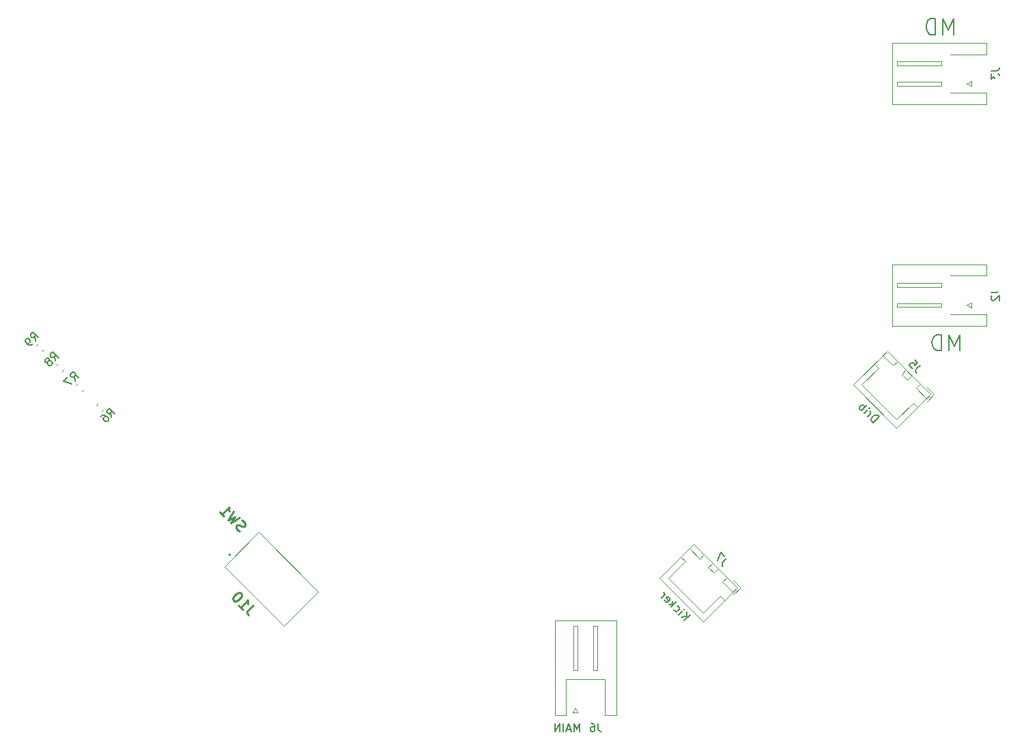
<source format=gbo>
G04 #@! TF.GenerationSoftware,KiCad,Pcbnew,(5.1.6)-1*
G04 #@! TF.CreationDate,2021-11-09T00:45:41+09:00*
G04 #@! TF.ProjectId,control20211108,636f6e74-726f-46c3-9230-323131313038,V1.1*
G04 #@! TF.SameCoordinates,Original*
G04 #@! TF.FileFunction,Legend,Bot*
G04 #@! TF.FilePolarity,Positive*
%FSLAX46Y46*%
G04 Gerber Fmt 4.6, Leading zero omitted, Abs format (unit mm)*
G04 Created by KiCad (PCBNEW (5.1.6)-1) date 2021-11-09 00:45:41*
%MOMM*%
%LPD*%
G01*
G04 APERTURE LIST*
%ADD10C,0.200000*%
%ADD11C,0.120000*%
%ADD12C,0.100000*%
%ADD13C,0.150000*%
%ADD14C,0.254000*%
%ADD15O,1.700000X2.000000*%
%ADD16C,1.251000*%
%ADD17R,1.251000X1.251000*%
%ADD18C,2.200000*%
%ADD19O,2.000000X1.700000*%
%ADD20O,1.000000X1.000000*%
%ADD21R,1.000000X1.000000*%
%ADD22C,1.524000*%
%ADD23R,1.524000X1.524000*%
%ADD24O,2.500000X1.700000*%
%ADD25R,2.500000X1.700000*%
%ADD26R,4.524000X2.524000*%
%ADD27C,1.431000*%
%ADD28C,6.000000*%
%ADD29C,4.000000*%
%ADD30O,1.600000X1.600000*%
%ADD31R,1.600000X1.600000*%
G04 APERTURE END LIST*
D10*
X183666666Y-120654761D02*
X183666666Y-118654761D01*
X183000000Y-120083333D01*
X182333333Y-118654761D01*
X182333333Y-120654761D01*
X181380952Y-120654761D02*
X181380952Y-118654761D01*
X180904761Y-118654761D01*
X180619047Y-118750000D01*
X180428571Y-118940476D01*
X180333333Y-119130952D01*
X180238095Y-119511904D01*
X180238095Y-119797619D01*
X180333333Y-120178571D01*
X180428571Y-120369047D01*
X180619047Y-120559523D01*
X180904761Y-120654761D01*
X181380952Y-120654761D01*
X182916666Y-81404761D02*
X182916666Y-79404761D01*
X182250000Y-80833333D01*
X181583333Y-79404761D01*
X181583333Y-81404761D01*
X180630952Y-81404761D02*
X180630952Y-79404761D01*
X180154761Y-79404761D01*
X179869047Y-79500000D01*
X179678571Y-79690476D01*
X179583333Y-79880952D01*
X179488095Y-80261904D01*
X179488095Y-80547619D01*
X179583333Y-80928571D01*
X179678571Y-81119047D01*
X179869047Y-81309523D01*
X180154761Y-81404761D01*
X180630952Y-81404761D01*
D11*
X180459798Y-126070711D02*
X179575914Y-126954594D01*
X179575914Y-125186827D02*
X180459798Y-126070711D01*
X171514897Y-124903984D02*
X173671573Y-127060660D01*
X173600862Y-122818019D02*
X171514897Y-124903984D01*
X173070532Y-122287689D02*
X173600862Y-122818019D01*
X175828249Y-129217336D02*
X173671573Y-127060660D01*
X177914214Y-127131371D02*
X175828249Y-129217336D01*
X178444544Y-127661701D02*
X177914214Y-127131371D01*
X174661522Y-120696699D02*
X175934315Y-121969491D01*
X174131192Y-121227029D02*
X174661522Y-120696699D01*
X175403984Y-122499821D02*
X174131192Y-121227029D01*
X175934315Y-121969491D02*
X175403984Y-122499821D01*
X178762742Y-124797918D02*
X180035534Y-126070711D01*
X178232412Y-125328249D02*
X178762742Y-124797918D01*
X179505204Y-126601041D02*
X178232412Y-125328249D01*
X180035534Y-126070711D02*
X179505204Y-126601041D01*
X176994975Y-123030152D02*
X177702082Y-123737258D01*
X176464645Y-123560482D02*
X176994975Y-123030152D01*
X177171751Y-124267588D02*
X176464645Y-123560482D01*
X177702082Y-123737258D02*
X177171751Y-124267588D01*
X174661522Y-120682557D02*
X180049676Y-126070711D01*
X170440095Y-124903984D02*
X174661522Y-120682557D01*
X175828249Y-130292138D02*
X170440095Y-124903984D01*
X180049676Y-126070711D02*
X175828249Y-130292138D01*
X156459798Y-150070711D02*
X155575914Y-150954594D01*
X155575914Y-149186827D02*
X156459798Y-150070711D01*
X147514897Y-148903984D02*
X149671573Y-151060660D01*
X149600862Y-146818019D02*
X147514897Y-148903984D01*
X149070532Y-146287689D02*
X149600862Y-146818019D01*
X151828249Y-153217336D02*
X149671573Y-151060660D01*
X153914214Y-151131371D02*
X151828249Y-153217336D01*
X154444544Y-151661701D02*
X153914214Y-151131371D01*
X150661522Y-144696699D02*
X151934315Y-145969491D01*
X150131192Y-145227029D02*
X150661522Y-144696699D01*
X151403984Y-146499821D02*
X150131192Y-145227029D01*
X151934315Y-145969491D02*
X151403984Y-146499821D01*
X154762742Y-148797918D02*
X156035534Y-150070711D01*
X154232412Y-149328249D02*
X154762742Y-148797918D01*
X155505204Y-150601041D02*
X154232412Y-149328249D01*
X156035534Y-150070711D02*
X155505204Y-150601041D01*
X152994975Y-147030152D02*
X153702082Y-147737258D01*
X152464645Y-147560482D02*
X152994975Y-147030152D01*
X153171751Y-148267588D02*
X152464645Y-147560482D01*
X153702082Y-147737258D02*
X153171751Y-148267588D01*
X150661522Y-144682557D02*
X156049676Y-150070711D01*
X146440095Y-148903984D02*
X150661522Y-144682557D01*
X151828249Y-154292138D02*
X146440095Y-148903984D01*
X156049676Y-150070711D02*
X151828249Y-154292138D01*
X136300000Y-165600000D02*
X136000000Y-165000000D01*
X135700000Y-165600000D02*
X136300000Y-165600000D01*
X136000000Y-165000000D02*
X135700000Y-165600000D01*
X138750000Y-160300000D02*
X138250000Y-160300000D01*
X138750000Y-154800000D02*
X138750000Y-160300000D01*
X138250000Y-154800000D02*
X138750000Y-154800000D01*
X138250000Y-160300000D02*
X138250000Y-154800000D01*
X136250000Y-160300000D02*
X135750000Y-160300000D01*
X136250000Y-154800000D02*
X136250000Y-160300000D01*
X135750000Y-154800000D02*
X136250000Y-154800000D01*
X135750000Y-160300000D02*
X135750000Y-154800000D01*
X139640000Y-161410000D02*
X137250000Y-161410000D01*
X139640000Y-165910000D02*
X139640000Y-161410000D01*
X141060000Y-165910000D02*
X139640000Y-165910000D01*
X141060000Y-154190000D02*
X141060000Y-165910000D01*
X137250000Y-154190000D02*
X141060000Y-154190000D01*
X134860000Y-161410000D02*
X137250000Y-161410000D01*
X134860000Y-165910000D02*
X134860000Y-161410000D01*
X133440000Y-165910000D02*
X134860000Y-165910000D01*
X133440000Y-154190000D02*
X133440000Y-165910000D01*
X137250000Y-154190000D02*
X133440000Y-154190000D01*
D10*
X93191852Y-145909010D02*
X93191852Y-145909010D01*
X93050431Y-146050431D02*
X93050431Y-146050431D01*
D12*
X96692031Y-143186649D02*
X92449390Y-147429289D01*
X104116652Y-150611270D02*
X96692031Y-143186649D01*
X99874012Y-154853911D02*
X104116652Y-150611270D01*
X92449390Y-147429289D02*
X99874012Y-154853911D01*
D10*
X93050432Y-146050430D02*
G75*
G03*
X93191852Y-145909010I70710J70710D01*
G01*
X93191853Y-145909009D02*
G75*
G03*
X93050431Y-146050431I-70711J-70711D01*
G01*
D11*
X185100000Y-87200000D02*
X184500000Y-87500000D01*
X185100000Y-87800000D02*
X185100000Y-87200000D01*
X184500000Y-87500000D02*
X185100000Y-87800000D01*
X181400000Y-84750000D02*
X181400000Y-85250000D01*
X175900000Y-84750000D02*
X181400000Y-84750000D01*
X175900000Y-85250000D02*
X175900000Y-84750000D01*
X181400000Y-85250000D02*
X175900000Y-85250000D01*
X181400000Y-87250000D02*
X181400000Y-87750000D01*
X175900000Y-87250000D02*
X181400000Y-87250000D01*
X175900000Y-87750000D02*
X175900000Y-87250000D01*
X181400000Y-87750000D02*
X175900000Y-87750000D01*
X187010000Y-83860000D02*
X182510000Y-83860000D01*
X187010000Y-82440000D02*
X187010000Y-83860000D01*
X175290000Y-82440000D02*
X187010000Y-82440000D01*
X175290000Y-86250000D02*
X175290000Y-82440000D01*
X187010000Y-88640000D02*
X182510000Y-88640000D01*
X187010000Y-90060000D02*
X187010000Y-88640000D01*
X175290000Y-90060000D02*
X187010000Y-90060000D01*
X175290000Y-86250000D02*
X175290000Y-90060000D01*
X185100000Y-114700000D02*
X184500000Y-115000000D01*
X185100000Y-115300000D02*
X185100000Y-114700000D01*
X184500000Y-115000000D02*
X185100000Y-115300000D01*
X181400000Y-112250000D02*
X181400000Y-112750000D01*
X175900000Y-112250000D02*
X181400000Y-112250000D01*
X175900000Y-112750000D02*
X175900000Y-112250000D01*
X181400000Y-112750000D02*
X175900000Y-112750000D01*
X181400000Y-114750000D02*
X181400000Y-115250000D01*
X175900000Y-114750000D02*
X181400000Y-114750000D01*
X175900000Y-115250000D02*
X175900000Y-114750000D01*
X181400000Y-115250000D02*
X175900000Y-115250000D01*
X187010000Y-111360000D02*
X182510000Y-111360000D01*
X187010000Y-109940000D02*
X187010000Y-111360000D01*
X175290000Y-109940000D02*
X187010000Y-109940000D01*
X175290000Y-113750000D02*
X175290000Y-109940000D01*
X187010000Y-116140000D02*
X182510000Y-116140000D01*
X187010000Y-117560000D02*
X187010000Y-116140000D01*
X175290000Y-117560000D02*
X187010000Y-117560000D01*
X175290000Y-113750000D02*
X175290000Y-117560000D01*
X70067129Y-120507520D02*
X69824920Y-120749729D01*
X69345880Y-119786271D02*
X69103671Y-120028480D01*
X72542029Y-122982520D02*
X72299820Y-123224729D01*
X71820780Y-122261271D02*
X71578571Y-122503480D01*
X75016929Y-125457520D02*
X74774720Y-125699729D01*
X74295680Y-124736271D02*
X74053471Y-124978480D01*
X76528271Y-127453480D02*
X76770480Y-127211271D01*
X77249520Y-128174729D02*
X77491729Y-127932520D01*
D13*
X178749273Y-122454364D02*
X178244197Y-122959440D01*
X178176853Y-123094127D01*
X178176853Y-123228814D01*
X178244197Y-123363501D01*
X178311540Y-123430844D01*
X178075838Y-121780929D02*
X178412555Y-122117646D01*
X178109510Y-122488035D01*
X178109510Y-122420692D01*
X178075838Y-122319677D01*
X177907479Y-122151318D01*
X177806464Y-122117646D01*
X177739120Y-122117646D01*
X177638105Y-122151318D01*
X177469746Y-122319677D01*
X177436075Y-122420692D01*
X177436075Y-122488035D01*
X177469746Y-122589051D01*
X177638105Y-122757409D01*
X177739120Y-122791081D01*
X177806464Y-122791081D01*
X172935844Y-129580991D02*
X173642951Y-128873884D01*
X173474592Y-128705525D01*
X173339905Y-128638182D01*
X173205218Y-128638182D01*
X173104203Y-128671853D01*
X172935844Y-128772869D01*
X172834829Y-128873884D01*
X172733814Y-129042243D01*
X172700142Y-129143258D01*
X172700142Y-129277945D01*
X172767486Y-129412632D01*
X172935844Y-129580991D01*
X172228737Y-128873884D02*
X172700142Y-128402479D01*
X172565455Y-128537166D02*
X172599127Y-128436151D01*
X172599127Y-128368807D01*
X172565455Y-128267792D01*
X172498112Y-128200449D01*
X171791005Y-128436151D02*
X172262409Y-127964746D01*
X172498112Y-127729044D02*
X172498112Y-127796388D01*
X172430768Y-127796388D01*
X172430768Y-127729044D01*
X172498112Y-127729044D01*
X172430768Y-127796388D01*
X171454287Y-128099433D02*
X172161394Y-127392327D01*
X171892020Y-127661701D02*
X171858348Y-127560685D01*
X171723661Y-127425998D01*
X171622646Y-127392327D01*
X171555302Y-127392327D01*
X171454287Y-127425998D01*
X171252257Y-127628029D01*
X171218585Y-127729044D01*
X171218585Y-127796388D01*
X171252257Y-127897403D01*
X171386944Y-128032090D01*
X171487959Y-128065762D01*
X154749273Y-146454364D02*
X154244197Y-146959440D01*
X154176853Y-147094127D01*
X154176853Y-147228814D01*
X154244197Y-147363501D01*
X154311540Y-147430844D01*
X154479899Y-146184990D02*
X154008494Y-145713585D01*
X153604433Y-146723738D01*
X149508264Y-154153410D02*
X150215371Y-153446304D01*
X149104203Y-153749349D02*
X149811310Y-153648334D01*
X149811310Y-153042243D02*
X149811310Y-153850365D01*
X148801157Y-153446304D02*
X149272562Y-152974899D01*
X149508264Y-152739197D02*
X149508264Y-152806540D01*
X149440921Y-152806540D01*
X149440921Y-152739197D01*
X149508264Y-152739197D01*
X149440921Y-152806540D01*
X148195066Y-152772869D02*
X148228737Y-152873884D01*
X148363425Y-153008571D01*
X148464440Y-153042243D01*
X148531783Y-153042243D01*
X148632799Y-153008571D01*
X148834829Y-152806540D01*
X148868501Y-152705525D01*
X148868501Y-152638182D01*
X148834829Y-152537166D01*
X148700142Y-152402479D01*
X148599127Y-152368808D01*
X147858348Y-152503495D02*
X148565455Y-151796388D01*
X148060379Y-152166777D02*
X147588974Y-152234120D01*
X148060379Y-151762716D02*
X148060379Y-152301464D01*
X147050226Y-151628029D02*
X147083898Y-151729044D01*
X147218585Y-151863731D01*
X147319600Y-151897403D01*
X147420615Y-151863731D01*
X147689989Y-151594357D01*
X147723661Y-151493342D01*
X147689989Y-151392327D01*
X147555302Y-151257640D01*
X147454287Y-151223968D01*
X147353272Y-151257640D01*
X147285928Y-151324983D01*
X147555302Y-151729044D01*
X146679837Y-151324983D02*
X147151241Y-150853579D01*
X147016554Y-150988266D02*
X147050226Y-150887250D01*
X147050226Y-150819907D01*
X147016554Y-150718892D01*
X146949211Y-150651548D01*
X138833333Y-166952380D02*
X138833333Y-167666666D01*
X138880952Y-167809523D01*
X138976190Y-167904761D01*
X139119047Y-167952380D01*
X139214285Y-167952380D01*
X137928571Y-166952380D02*
X138119047Y-166952380D01*
X138214285Y-167000000D01*
X138261904Y-167047619D01*
X138357142Y-167190476D01*
X138404761Y-167380952D01*
X138404761Y-167761904D01*
X138357142Y-167857142D01*
X138309523Y-167904761D01*
X138214285Y-167952380D01*
X138023809Y-167952380D01*
X137928571Y-167904761D01*
X137880952Y-167857142D01*
X137833333Y-167761904D01*
X137833333Y-167523809D01*
X137880952Y-167428571D01*
X137928571Y-167380952D01*
X138023809Y-167333333D01*
X138214285Y-167333333D01*
X138309523Y-167380952D01*
X138357142Y-167428571D01*
X138404761Y-167523809D01*
X136523809Y-167952380D02*
X136523809Y-166952380D01*
X136190476Y-167666666D01*
X135857142Y-166952380D01*
X135857142Y-167952380D01*
X135428571Y-167666666D02*
X134952380Y-167666666D01*
X135523809Y-167952380D02*
X135190476Y-166952380D01*
X134857142Y-167952380D01*
X134523809Y-167952380D02*
X134523809Y-166952380D01*
X134047619Y-167952380D02*
X134047619Y-166952380D01*
X133476190Y-167952380D01*
X133476190Y-166952380D01*
D14*
X96019269Y-152278358D02*
X95377822Y-152919805D01*
X95292295Y-153090857D01*
X95292295Y-153261910D01*
X95377822Y-153432962D01*
X95463348Y-153518488D01*
X94223217Y-152278358D02*
X94736375Y-152791515D01*
X94479796Y-152534936D02*
X95377822Y-151636911D01*
X95335059Y-151850726D01*
X95335059Y-152021779D01*
X95377822Y-152150068D01*
X94565322Y-150824411D02*
X94479796Y-150738885D01*
X94351507Y-150696122D01*
X94265980Y-150696122D01*
X94137691Y-150738885D01*
X93923875Y-150867175D01*
X93710060Y-151080990D01*
X93581770Y-151294806D01*
X93539007Y-151423095D01*
X93539007Y-151508621D01*
X93581770Y-151636911D01*
X93667297Y-151722437D01*
X93795586Y-151765200D01*
X93881112Y-151765200D01*
X94009402Y-151722437D01*
X94223217Y-151594148D01*
X94437033Y-151380332D01*
X94565322Y-151166516D01*
X94608085Y-151038227D01*
X94608085Y-150952701D01*
X94565322Y-150824411D01*
X94333880Y-143060854D02*
X94162828Y-142975327D01*
X93949012Y-142761512D01*
X93906249Y-142633222D01*
X93906249Y-142547696D01*
X93949012Y-142419407D01*
X94034539Y-142333880D01*
X94162828Y-142291117D01*
X94248354Y-142291117D01*
X94376644Y-142333880D01*
X94590459Y-142462170D01*
X94718749Y-142504933D01*
X94804275Y-142504933D01*
X94932564Y-142462170D01*
X95018090Y-142376644D01*
X95060854Y-142248354D01*
X95060854Y-142162828D01*
X95018090Y-142034539D01*
X94804275Y-141820723D01*
X94633222Y-141735197D01*
X94376644Y-141393092D02*
X93264802Y-142077302D01*
X93735197Y-141264802D01*
X92922697Y-141735197D01*
X93606907Y-140623355D01*
X91896382Y-140708882D02*
X92409540Y-141222039D01*
X92152961Y-140965460D02*
X93050987Y-140067435D01*
X93008224Y-140281250D01*
X93008224Y-140452303D01*
X93050987Y-140580592D01*
D13*
X187552380Y-85916666D02*
X188266666Y-85916666D01*
X188409523Y-85869047D01*
X188504761Y-85773809D01*
X188552380Y-85630952D01*
X188552380Y-85535714D01*
X187552380Y-86297619D02*
X187552380Y-86916666D01*
X187933333Y-86583333D01*
X187933333Y-86726190D01*
X187980952Y-86821428D01*
X188028571Y-86869047D01*
X188123809Y-86916666D01*
X188361904Y-86916666D01*
X188457142Y-86869047D01*
X188504761Y-86821428D01*
X188552380Y-86726190D01*
X188552380Y-86440476D01*
X188504761Y-86345238D01*
X188457142Y-86297619D01*
X187552380Y-113416666D02*
X188266666Y-113416666D01*
X188409523Y-113369047D01*
X188504761Y-113273809D01*
X188552380Y-113130952D01*
X188552380Y-113035714D01*
X187647619Y-113845238D02*
X187600000Y-113892857D01*
X187552380Y-113988095D01*
X187552380Y-114226190D01*
X187600000Y-114321428D01*
X187647619Y-114369047D01*
X187742857Y-114416666D01*
X187838095Y-114416666D01*
X187980952Y-114369047D01*
X188552380Y-113797619D01*
X188552380Y-114416666D01*
X69011969Y-119458867D02*
X68910954Y-118886447D01*
X69416030Y-119054806D02*
X68708924Y-118347699D01*
X68439549Y-118617073D01*
X68405878Y-118718088D01*
X68405878Y-118785432D01*
X68439549Y-118886447D01*
X68540565Y-118987462D01*
X68641580Y-119021134D01*
X68708924Y-119021134D01*
X68809939Y-118987462D01*
X69079313Y-118718088D01*
X68675252Y-119795585D02*
X68540565Y-119930272D01*
X68439549Y-119963943D01*
X68372206Y-119963943D01*
X68203847Y-119930272D01*
X68035488Y-119829256D01*
X67766114Y-119559882D01*
X67732443Y-119458867D01*
X67732443Y-119391524D01*
X67766114Y-119290508D01*
X67900801Y-119155821D01*
X68001817Y-119122149D01*
X68069160Y-119122149D01*
X68170175Y-119155821D01*
X68338534Y-119324180D01*
X68372206Y-119425195D01*
X68372206Y-119492539D01*
X68338534Y-119593554D01*
X68203847Y-119728241D01*
X68102832Y-119761913D01*
X68035488Y-119761913D01*
X67934473Y-119728241D01*
X71486869Y-121933867D02*
X71385854Y-121361447D01*
X71890930Y-121529806D02*
X71183824Y-120822699D01*
X70914449Y-121092073D01*
X70880778Y-121193088D01*
X70880778Y-121260432D01*
X70914449Y-121361447D01*
X71015465Y-121462462D01*
X71116480Y-121496134D01*
X71183824Y-121496134D01*
X71284839Y-121462462D01*
X71554213Y-121193088D01*
X70678747Y-121933867D02*
X70712419Y-121832852D01*
X70712419Y-121765508D01*
X70678747Y-121664493D01*
X70645075Y-121630821D01*
X70544060Y-121597149D01*
X70476717Y-121597149D01*
X70375701Y-121630821D01*
X70241014Y-121765508D01*
X70207343Y-121866524D01*
X70207343Y-121933867D01*
X70241014Y-122034882D01*
X70274686Y-122068554D01*
X70375701Y-122102226D01*
X70443045Y-122102226D01*
X70544060Y-122068554D01*
X70678747Y-121933867D01*
X70779762Y-121900195D01*
X70847106Y-121900195D01*
X70948121Y-121933867D01*
X71082808Y-122068554D01*
X71116480Y-122169569D01*
X71116480Y-122236913D01*
X71082808Y-122337928D01*
X70948121Y-122472615D01*
X70847106Y-122506287D01*
X70779762Y-122506287D01*
X70678747Y-122472615D01*
X70544060Y-122337928D01*
X70510388Y-122236913D01*
X70510388Y-122169569D01*
X70544060Y-122068554D01*
X73961769Y-124408867D02*
X73860754Y-123836447D01*
X74365830Y-124004806D02*
X73658724Y-123297699D01*
X73389349Y-123567073D01*
X73355678Y-123668088D01*
X73355678Y-123735432D01*
X73389349Y-123836447D01*
X73490365Y-123937462D01*
X73591380Y-123971134D01*
X73658724Y-123971134D01*
X73759739Y-123937462D01*
X74029113Y-123668088D01*
X73018960Y-123937462D02*
X72547556Y-124408867D01*
X73557708Y-124812928D01*
X78458895Y-128906193D02*
X78357880Y-128333773D01*
X78862956Y-128502132D02*
X78155850Y-127795025D01*
X77886475Y-128064399D01*
X77852804Y-128165414D01*
X77852804Y-128232758D01*
X77886475Y-128333773D01*
X77987491Y-128434788D01*
X78088506Y-128468460D01*
X78155850Y-128468460D01*
X78256865Y-128434788D01*
X78526239Y-128165414D01*
X77145697Y-128805178D02*
X77280384Y-128670491D01*
X77381399Y-128636819D01*
X77448743Y-128636819D01*
X77617101Y-128670491D01*
X77785460Y-128771506D01*
X78054834Y-129040880D01*
X78088506Y-129141895D01*
X78088506Y-129209239D01*
X78054834Y-129310254D01*
X77920147Y-129444941D01*
X77819132Y-129478613D01*
X77751788Y-129478613D01*
X77650773Y-129444941D01*
X77482414Y-129276582D01*
X77448743Y-129175567D01*
X77448743Y-129108224D01*
X77482414Y-129007208D01*
X77617101Y-128872521D01*
X77718117Y-128838850D01*
X77785460Y-128838850D01*
X77886475Y-128872521D01*
%LPC*%
G36*
G01*
X175439340Y-124727208D02*
X175227208Y-124939340D01*
G75*
G02*
X174025126Y-124939340I-601041J601041D01*
G01*
X174025126Y-124939340D01*
G75*
G02*
X174025126Y-123737258I601041J601041D01*
G01*
X174237258Y-123525126D01*
G75*
G02*
X175439340Y-123525126I601041J-601041D01*
G01*
X175439340Y-123525126D01*
G75*
G02*
X175439340Y-124727208I-601041J-601041D01*
G01*
G37*
G36*
G01*
X177631371Y-126070711D02*
X176570711Y-127131371D01*
G75*
G02*
X176217157Y-127131371I-176777J176777D01*
G01*
X175368629Y-126282843D01*
G75*
G02*
X175368629Y-125929289I176777J176777D01*
G01*
X176429289Y-124868629D01*
G75*
G02*
X176782843Y-124868629I176777J-176777D01*
G01*
X177631371Y-125717157D01*
G75*
G02*
X177631371Y-126070711I-176777J-176777D01*
G01*
G37*
G36*
G01*
X151439340Y-148727208D02*
X151227208Y-148939340D01*
G75*
G02*
X150025126Y-148939340I-601041J601041D01*
G01*
X150025126Y-148939340D01*
G75*
G02*
X150025126Y-147737258I601041J601041D01*
G01*
X150237258Y-147525126D01*
G75*
G02*
X151439340Y-147525126I601041J-601041D01*
G01*
X151439340Y-147525126D01*
G75*
G02*
X151439340Y-148727208I-601041J-601041D01*
G01*
G37*
G36*
G01*
X153631371Y-150070711D02*
X152570711Y-151131371D01*
G75*
G02*
X152217157Y-151131371I-176777J176777D01*
G01*
X151368629Y-150282843D01*
G75*
G02*
X151368629Y-149929289I176777J176777D01*
G01*
X152429289Y-148868629D01*
G75*
G02*
X152782843Y-148868629I176777J-176777D01*
G01*
X153631371Y-149717157D01*
G75*
G02*
X153631371Y-150070711I-176777J-176777D01*
G01*
G37*
D15*
X138500000Y-163500000D03*
G36*
G01*
X135150000Y-164250000D02*
X135150000Y-162750000D01*
G75*
G02*
X135400000Y-162500000I250000J0D01*
G01*
X136600000Y-162500000D01*
G75*
G02*
X136850000Y-162750000I0J-250000D01*
G01*
X136850000Y-164250000D01*
G75*
G02*
X136600000Y-164500000I-250000J0D01*
G01*
X135400000Y-164500000D01*
G75*
G02*
X135150000Y-164250000I0J250000D01*
G01*
G37*
D16*
X99803301Y-152803301D03*
X98742641Y-151742641D03*
X97681981Y-150681981D03*
X96621320Y-149621320D03*
X95560660Y-148560660D03*
D12*
G36*
X93615409Y-147500000D02*
G01*
X94500000Y-146615409D01*
X95384591Y-147500000D01*
X94500000Y-148384591D01*
X93615409Y-147500000D01*
G37*
D16*
X68000000Y-95500000D03*
X68000000Y-97000000D03*
X68000000Y-98500000D03*
D17*
X68000000Y-100000000D03*
D16*
X68000000Y-82500000D03*
X68000000Y-84000000D03*
X68000000Y-85500000D03*
X68000000Y-87000000D03*
X68000000Y-88500000D03*
D17*
X68000000Y-90000000D03*
D16*
X68000000Y-104750000D03*
X68000000Y-106250000D03*
X68000000Y-107750000D03*
X68000000Y-109250000D03*
X68000000Y-110750000D03*
D17*
X68000000Y-112250000D03*
D18*
X123000000Y-158500000D03*
X144500000Y-158500000D03*
D19*
X183000000Y-85000000D03*
G36*
G01*
X183750000Y-88350000D02*
X182250000Y-88350000D01*
G75*
G02*
X182000000Y-88100000I0J250000D01*
G01*
X182000000Y-86900000D01*
G75*
G02*
X182250000Y-86650000I250000J0D01*
G01*
X183750000Y-86650000D01*
G75*
G02*
X184000000Y-86900000I0J-250000D01*
G01*
X184000000Y-88100000D01*
G75*
G02*
X183750000Y-88350000I-250000J0D01*
G01*
G37*
X183000000Y-112500000D03*
G36*
G01*
X183750000Y-115850000D02*
X182250000Y-115850000D01*
G75*
G02*
X182000000Y-115600000I0J250000D01*
G01*
X182000000Y-114400000D01*
G75*
G02*
X182250000Y-114150000I250000J0D01*
G01*
X183750000Y-114150000D01*
G75*
G02*
X184000000Y-114400000I0J-250000D01*
G01*
X184000000Y-115600000D01*
G75*
G02*
X183750000Y-115850000I-250000J0D01*
G01*
G37*
G36*
G01*
X69169975Y-120347549D02*
X69505851Y-120683425D01*
G75*
G02*
X69505851Y-121019301I-167938J-167938D01*
G01*
X69099265Y-121425887D01*
G75*
G02*
X68763389Y-121425887I-167938J167938D01*
G01*
X68427513Y-121090011D01*
G75*
G02*
X68427513Y-120754135I167938J167938D01*
G01*
X68834099Y-120347549D01*
G75*
G02*
X69169975Y-120347549I167938J-167938D01*
G01*
G37*
G36*
G01*
X70407411Y-119110113D02*
X70743287Y-119445989D01*
G75*
G02*
X70743287Y-119781865I-167938J-167938D01*
G01*
X70336701Y-120188451D01*
G75*
G02*
X70000825Y-120188451I-167938J167938D01*
G01*
X69664949Y-119852575D01*
G75*
G02*
X69664949Y-119516699I167938J167938D01*
G01*
X70071535Y-119110113D01*
G75*
G02*
X70407411Y-119110113I167938J-167938D01*
G01*
G37*
G36*
G01*
X71644875Y-122822549D02*
X71980751Y-123158425D01*
G75*
G02*
X71980751Y-123494301I-167938J-167938D01*
G01*
X71574165Y-123900887D01*
G75*
G02*
X71238289Y-123900887I-167938J167938D01*
G01*
X70902413Y-123565011D01*
G75*
G02*
X70902413Y-123229135I167938J167938D01*
G01*
X71308999Y-122822549D01*
G75*
G02*
X71644875Y-122822549I167938J-167938D01*
G01*
G37*
G36*
G01*
X72882311Y-121585113D02*
X73218187Y-121920989D01*
G75*
G02*
X73218187Y-122256865I-167938J-167938D01*
G01*
X72811601Y-122663451D01*
G75*
G02*
X72475725Y-122663451I-167938J167938D01*
G01*
X72139849Y-122327575D01*
G75*
G02*
X72139849Y-121991699I167938J167938D01*
G01*
X72546435Y-121585113D01*
G75*
G02*
X72882311Y-121585113I167938J-167938D01*
G01*
G37*
G36*
G01*
X74119775Y-125297549D02*
X74455651Y-125633425D01*
G75*
G02*
X74455651Y-125969301I-167938J-167938D01*
G01*
X74049065Y-126375887D01*
G75*
G02*
X73713189Y-126375887I-167938J167938D01*
G01*
X73377313Y-126040011D01*
G75*
G02*
X73377313Y-125704135I167938J167938D01*
G01*
X73783899Y-125297549D01*
G75*
G02*
X74119775Y-125297549I167938J-167938D01*
G01*
G37*
G36*
G01*
X75357211Y-124060113D02*
X75693087Y-124395989D01*
G75*
G02*
X75693087Y-124731865I-167938J-167938D01*
G01*
X75286501Y-125138451D01*
G75*
G02*
X74950625Y-125138451I-167938J167938D01*
G01*
X74614749Y-124802575D01*
G75*
G02*
X74614749Y-124466699I167938J167938D01*
G01*
X75021335Y-124060113D01*
G75*
G02*
X75357211Y-124060113I167938J-167938D01*
G01*
G37*
G36*
G01*
X77425425Y-127613451D02*
X77089549Y-127277575D01*
G75*
G02*
X77089549Y-126941699I167938J167938D01*
G01*
X77496135Y-126535113D01*
G75*
G02*
X77832011Y-126535113I167938J-167938D01*
G01*
X78167887Y-126870989D01*
G75*
G02*
X78167887Y-127206865I-167938J-167938D01*
G01*
X77761301Y-127613451D01*
G75*
G02*
X77425425Y-127613451I-167938J167938D01*
G01*
G37*
G36*
G01*
X76187989Y-128850887D02*
X75852113Y-128515011D01*
G75*
G02*
X75852113Y-128179135I167938J167938D01*
G01*
X76258699Y-127772549D01*
G75*
G02*
X76594575Y-127772549I167938J-167938D01*
G01*
X76930451Y-128108425D01*
G75*
G02*
X76930451Y-128444301I-167938J-167938D01*
G01*
X76523865Y-128850887D01*
G75*
G02*
X76187989Y-128850887I-167938J167938D01*
G01*
G37*
D20*
X47500000Y-116270000D03*
D21*
X47500000Y-115000000D03*
D22*
X108000000Y-171000000D03*
X113080000Y-173540000D03*
X113080000Y-176080000D03*
X108000000Y-176080000D03*
X108000000Y-173540000D03*
D23*
X113080000Y-171000000D03*
D24*
X115000000Y-157000000D03*
X112000000Y-157000000D03*
D25*
X109000000Y-157000000D03*
G36*
G01*
X198738000Y-100631000D02*
X198738000Y-99369000D01*
G75*
G02*
X199369000Y-98738000I631000J0D01*
G01*
X202631000Y-98738000D01*
G75*
G02*
X203262000Y-99369000I0J-631000D01*
G01*
X203262000Y-100631000D01*
G75*
G02*
X202631000Y-101262000I-631000J0D01*
G01*
X199369000Y-101262000D01*
G75*
G02*
X198738000Y-100631000I0J631000D01*
G01*
G37*
G36*
G01*
X198738000Y-107631000D02*
X198738000Y-106369000D01*
G75*
G02*
X199369000Y-105738000I631000J0D01*
G01*
X202631000Y-105738000D01*
G75*
G02*
X203262000Y-106369000I0J-631000D01*
G01*
X203262000Y-107631000D01*
G75*
G02*
X202631000Y-108262000I-631000J0D01*
G01*
X199369000Y-108262000D01*
G75*
G02*
X198738000Y-107631000I0J631000D01*
G01*
G37*
D26*
X201000000Y-93000000D03*
D27*
X60500000Y-105500000D03*
X58000000Y-103000000D03*
X55500000Y-105500000D03*
X51500000Y-96500000D03*
X49000000Y-94000000D03*
X46500000Y-96500000D03*
X60500000Y-96500000D03*
X58000000Y-94000000D03*
X55500000Y-96500000D03*
X51500000Y-87500000D03*
X49000000Y-85000000D03*
X46500000Y-87500000D03*
X60500000Y-87500000D03*
X58000000Y-85000000D03*
X55500000Y-87500000D03*
G36*
G01*
X182000000Y-106500000D02*
X179000000Y-106500000D01*
G75*
G02*
X177500000Y-105000000I0J1500000D01*
G01*
X177500000Y-102000000D01*
G75*
G02*
X179000000Y-100500000I1500000J0D01*
G01*
X182000000Y-100500000D01*
G75*
G02*
X183500000Y-102000000I0J-1500000D01*
G01*
X183500000Y-105000000D01*
G75*
G02*
X182000000Y-106500000I-1500000J0D01*
G01*
G37*
D28*
X180500000Y-96300000D03*
D29*
X189500000Y-88316000D03*
X189500000Y-111684000D03*
X189500000Y-94754000D03*
X189500000Y-105246000D03*
D30*
X47000000Y-103880000D03*
X49540000Y-111500000D03*
X49540000Y-103880000D03*
D31*
X47000000Y-111500000D03*
M02*

</source>
